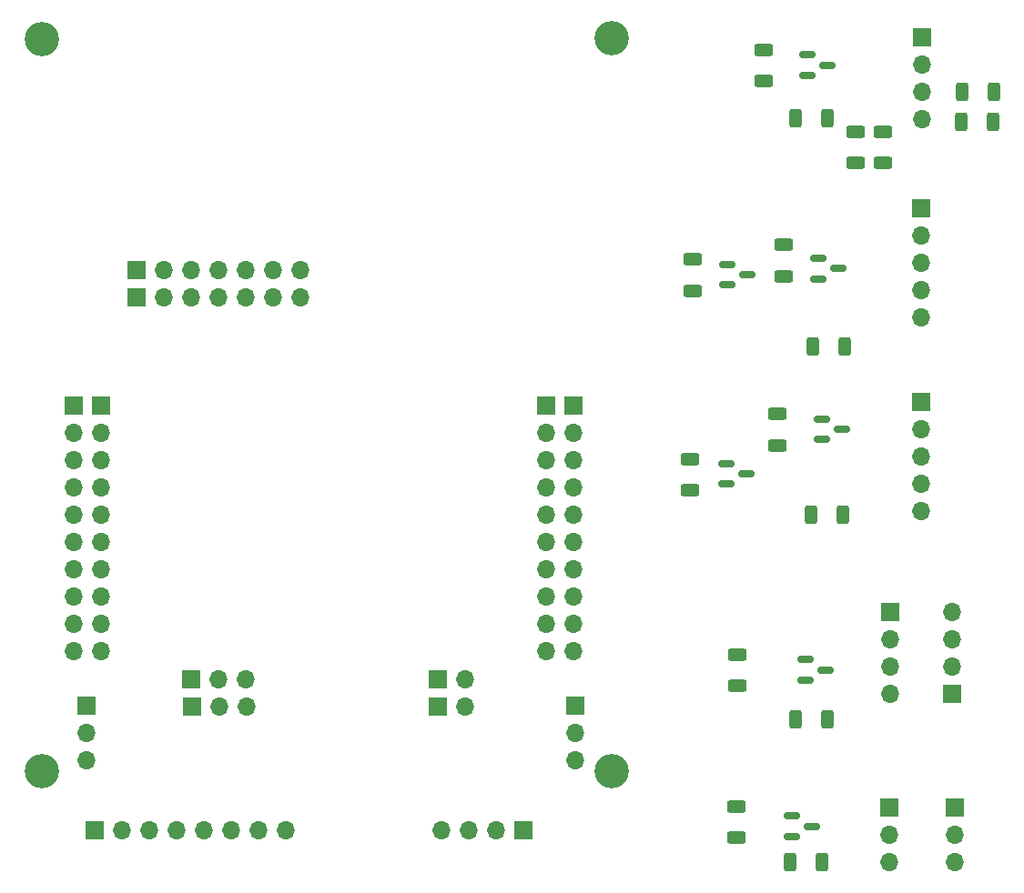
<source format=gbr>
%TF.GenerationSoftware,KiCad,Pcbnew,(6.0.9)*%
%TF.CreationDate,2023-05-03T01:49:20-07:00*%
%TF.ProjectId,Air-Quality-PCB,4169722d-5175-4616-9c69-74792d504342,rev?*%
%TF.SameCoordinates,Original*%
%TF.FileFunction,Soldermask,Top*%
%TF.FilePolarity,Negative*%
%FSLAX46Y46*%
G04 Gerber Fmt 4.6, Leading zero omitted, Abs format (unit mm)*
G04 Created by KiCad (PCBNEW (6.0.9)) date 2023-05-03 01:49:20*
%MOMM*%
%LPD*%
G01*
G04 APERTURE LIST*
G04 Aperture macros list*
%AMRoundRect*
0 Rectangle with rounded corners*
0 $1 Rounding radius*
0 $2 $3 $4 $5 $6 $7 $8 $9 X,Y pos of 4 corners*
0 Add a 4 corners polygon primitive as box body*
4,1,4,$2,$3,$4,$5,$6,$7,$8,$9,$2,$3,0*
0 Add four circle primitives for the rounded corners*
1,1,$1+$1,$2,$3*
1,1,$1+$1,$4,$5*
1,1,$1+$1,$6,$7*
1,1,$1+$1,$8,$9*
0 Add four rect primitives between the rounded corners*
20,1,$1+$1,$2,$3,$4,$5,0*
20,1,$1+$1,$4,$5,$6,$7,0*
20,1,$1+$1,$6,$7,$8,$9,0*
20,1,$1+$1,$8,$9,$2,$3,0*%
G04 Aperture macros list end*
%ADD10R,1.700000X1.700000*%
%ADD11O,1.700000X1.700000*%
%ADD12RoundRect,0.250000X0.312500X0.625000X-0.312500X0.625000X-0.312500X-0.625000X0.312500X-0.625000X0*%
%ADD13RoundRect,0.250000X0.625000X-0.312500X0.625000X0.312500X-0.625000X0.312500X-0.625000X-0.312500X0*%
%ADD14C,3.200000*%
%ADD15RoundRect,0.250000X-0.312500X-0.625000X0.312500X-0.625000X0.312500X0.625000X-0.312500X0.625000X0*%
%ADD16RoundRect,0.150000X-0.587500X-0.150000X0.587500X-0.150000X0.587500X0.150000X-0.587500X0.150000X0*%
G04 APERTURE END LIST*
D10*
%TO.C,J11*%
X156960000Y-96500000D03*
D11*
X156960000Y-99040000D03*
X156960000Y-101580000D03*
X156960000Y-104120000D03*
X156960000Y-106660000D03*
X156960000Y-109200000D03*
X156960000Y-111740000D03*
X156960000Y-114280000D03*
X156960000Y-116820000D03*
X156960000Y-119360000D03*
%TD*%
D10*
%TO.C,J13*%
X159510000Y-96500000D03*
D11*
X159510000Y-99040000D03*
X159510000Y-101580000D03*
X159510000Y-104120000D03*
X159510000Y-106660000D03*
X159510000Y-109200000D03*
X159510000Y-111740000D03*
X159510000Y-114280000D03*
X159510000Y-116820000D03*
X159510000Y-119360000D03*
%TD*%
D10*
%TO.C,J5*%
X123965000Y-122030000D03*
D11*
X126505000Y-122030000D03*
X129045000Y-122030000D03*
%TD*%
%TO.C,J10*%
X149435000Y-121990000D03*
D10*
X146895000Y-121990000D03*
%TD*%
D11*
%TO.C,J12*%
X149440000Y-124540000D03*
D10*
X146900000Y-124540000D03*
%TD*%
%TO.C,J14*%
X159620000Y-124460000D03*
D11*
X159620000Y-127000000D03*
X159620000Y-129540000D03*
%TD*%
D10*
%TO.C,J2*%
X112990000Y-96480000D03*
D11*
X112990000Y-99020000D03*
X112990000Y-101560000D03*
X112990000Y-104100000D03*
X112990000Y-106640000D03*
X112990000Y-109180000D03*
X112990000Y-111720000D03*
X112990000Y-114260000D03*
X112990000Y-116800000D03*
X112990000Y-119340000D03*
%TD*%
%TO.C,J4*%
X115530000Y-119340000D03*
X115530000Y-116800000D03*
X115530000Y-114260000D03*
X115530000Y-111720000D03*
X115530000Y-109180000D03*
X115530000Y-106640000D03*
X115530000Y-104100000D03*
X115530000Y-101560000D03*
X115530000Y-99020000D03*
D10*
X115530000Y-96480000D03*
%TD*%
%TO.C,J8*%
X118835000Y-86400000D03*
D11*
X121375000Y-86400000D03*
X123915000Y-86400000D03*
X126455000Y-86400000D03*
X128995000Y-86400000D03*
X131535000Y-86400000D03*
X134075000Y-86400000D03*
%TD*%
D10*
%TO.C,J7*%
X118850000Y-83870000D03*
D11*
X121390000Y-83870000D03*
X123930000Y-83870000D03*
X126470000Y-83870000D03*
X129010000Y-83870000D03*
X131550000Y-83870000D03*
X134090000Y-83870000D03*
%TD*%
D10*
%TO.C,J1*%
X114160000Y-124460000D03*
D11*
X114160000Y-127000000D03*
X114160000Y-129540000D03*
%TD*%
D12*
%TO.C,R15*%
X195647500Y-67290000D03*
X198572500Y-67290000D03*
%TD*%
D13*
%TO.C,R13*%
X185760000Y-71007500D03*
X185760000Y-73932500D03*
%TD*%
D14*
%TO.C,H1*%
X110060000Y-62410000D03*
%TD*%
D15*
%TO.C,R5*%
X182592500Y-139040000D03*
X179667500Y-139040000D03*
%TD*%
D10*
%TO.C,J16*%
X188920000Y-115770000D03*
D11*
X188920000Y-118310000D03*
X188920000Y-120850000D03*
X188920000Y-123390000D03*
%TD*%
D15*
%TO.C,R12*%
X181607500Y-106680000D03*
X184532500Y-106680000D03*
%TD*%
D10*
%TO.C,J20*%
X194700000Y-123340000D03*
D11*
X194700000Y-120800000D03*
X194700000Y-118260000D03*
X194700000Y-115720000D03*
%TD*%
D16*
%TO.C,Q5*%
X183087500Y-64820000D03*
X181212500Y-65770000D03*
X181212500Y-63870000D03*
%TD*%
D13*
%TO.C,R14*%
X188250000Y-71007500D03*
X188250000Y-73932500D03*
%TD*%
D15*
%TO.C,R3*%
X180177500Y-125730000D03*
X183102500Y-125730000D03*
%TD*%
D11*
%TO.C,J3*%
X132695000Y-136090000D03*
X130155000Y-136090000D03*
X127615000Y-136090000D03*
X125075000Y-136090000D03*
X122535000Y-136090000D03*
X119995000Y-136090000D03*
X117455000Y-136090000D03*
D10*
X114915000Y-136090000D03*
%TD*%
D16*
%TO.C,Q2*%
X179822500Y-134730000D03*
X179822500Y-136630000D03*
X181697500Y-135680000D03*
%TD*%
D13*
%TO.C,R6*%
X170330000Y-104392500D03*
X170330000Y-101467500D03*
%TD*%
D14*
%TO.C,H4*%
X163060000Y-62310000D03*
%TD*%
D16*
%TO.C,Q6*%
X182232500Y-82820000D03*
X182232500Y-84720000D03*
X184107500Y-83770000D03*
%TD*%
%TO.C,Q1*%
X181042500Y-120170000D03*
X181042500Y-122070000D03*
X182917500Y-121120000D03*
%TD*%
D14*
%TO.C,H3*%
X110020000Y-130590000D03*
%TD*%
D10*
%TO.C,J21*%
X194960000Y-133915000D03*
D11*
X194960000Y-136455000D03*
X194960000Y-138995000D03*
%TD*%
D10*
%TO.C,J15*%
X188880000Y-133955000D03*
D11*
X188880000Y-136495000D03*
X188880000Y-139035000D03*
%TD*%
D13*
%TO.C,R11*%
X178460000Y-100212500D03*
X178460000Y-97287500D03*
%TD*%
D16*
%TO.C,Q7*%
X182602500Y-97780000D03*
X182602500Y-99680000D03*
X184477500Y-98730000D03*
%TD*%
D10*
%TO.C,J19*%
X191815000Y-78150000D03*
D11*
X191815000Y-80690000D03*
X191815000Y-83230000D03*
X191815000Y-85770000D03*
X191815000Y-88310000D03*
%TD*%
D16*
%TO.C,Q3*%
X173812500Y-83380000D03*
X173812500Y-85280000D03*
X175687500Y-84330000D03*
%TD*%
D12*
%TO.C,R16*%
X198502500Y-70080000D03*
X195577500Y-70080000D03*
%TD*%
D15*
%TO.C,R9*%
X183112500Y-69800000D03*
X180187500Y-69800000D03*
%TD*%
D13*
%TO.C,R7*%
X177200000Y-63387500D03*
X177200000Y-66312500D03*
%TD*%
D10*
%TO.C,J18*%
X191835000Y-96140000D03*
D11*
X191835000Y-98680000D03*
X191835000Y-101220000D03*
X191835000Y-103760000D03*
X191835000Y-106300000D03*
%TD*%
D15*
%TO.C,R10*%
X181767500Y-90970000D03*
X184692500Y-90970000D03*
%TD*%
D11*
%TO.C,J17*%
X191920000Y-69880000D03*
X191920000Y-67340000D03*
X191920000Y-64800000D03*
D10*
X191920000Y-62260000D03*
%TD*%
%TO.C,J9*%
X154820000Y-136090000D03*
D11*
X152280000Y-136090000D03*
X149740000Y-136090000D03*
X147200000Y-136090000D03*
%TD*%
D13*
%TO.C,R1*%
X174720000Y-122602500D03*
X174720000Y-119677500D03*
%TD*%
D14*
%TO.C,H2*%
X163060000Y-130580000D03*
%TD*%
D13*
%TO.C,R8*%
X179020000Y-84462500D03*
X179020000Y-81537500D03*
%TD*%
%TO.C,R2*%
X174630000Y-136772500D03*
X174630000Y-133847500D03*
%TD*%
D16*
%TO.C,Q4*%
X173742500Y-101910000D03*
X173742500Y-103810000D03*
X175617500Y-102860000D03*
%TD*%
D11*
%TO.C,J6*%
X129055000Y-124580000D03*
X126515000Y-124580000D03*
D10*
X123975000Y-124580000D03*
%TD*%
D13*
%TO.C,R4*%
X170610000Y-85822500D03*
X170610000Y-82897500D03*
%TD*%
M02*

</source>
